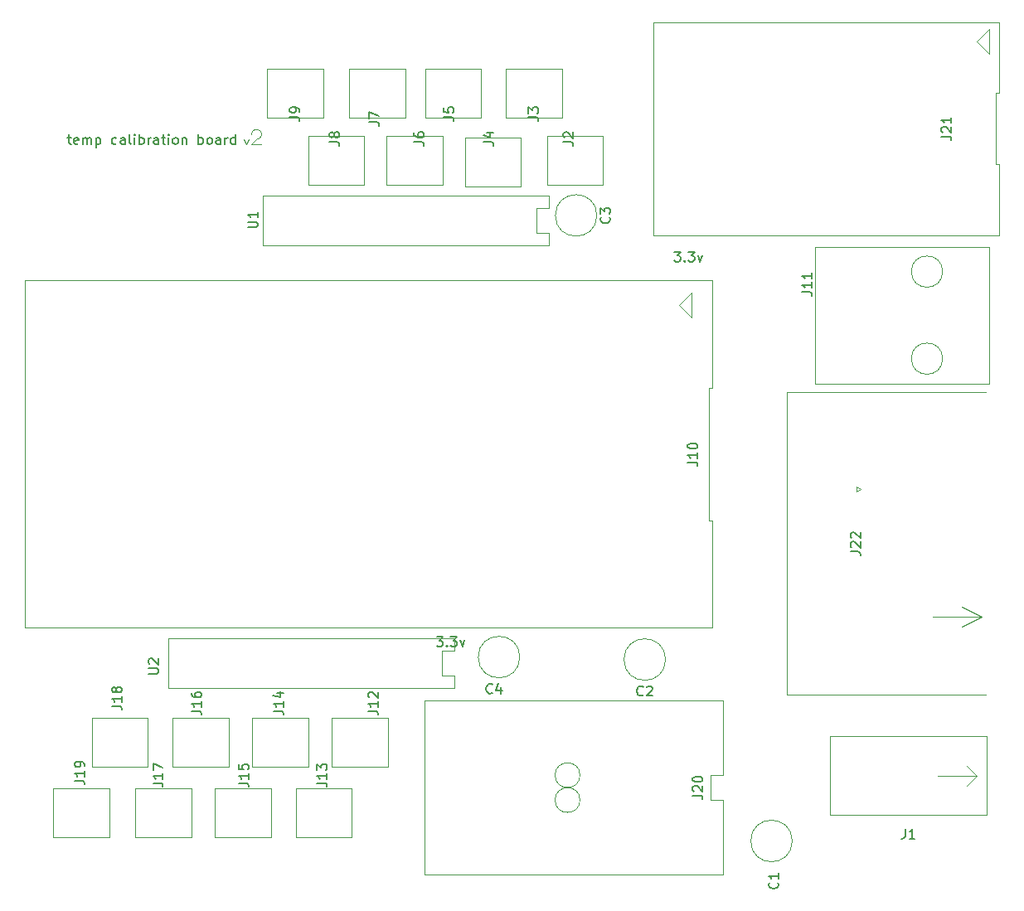
<source format=gbr>
G04 #@! TF.GenerationSoftware,KiCad,Pcbnew,5.1.2-f72e74a~84~ubuntu18.04.1*
G04 #@! TF.CreationDate,2019-06-25T09:41:25-04:00*
G04 #@! TF.ProjectId,temperature board,74656d70-6572-4617-9475-726520626f61,v01*
G04 #@! TF.SameCoordinates,Original*
G04 #@! TF.FileFunction,Legend,Top*
G04 #@! TF.FilePolarity,Positive*
%FSLAX46Y46*%
G04 Gerber Fmt 4.6, Leading zero omitted, Abs format (unit mm)*
G04 Created by KiCad (PCBNEW 5.1.2-f72e74a~84~ubuntu18.04.1) date 2019-06-25 09:41:25*
%MOMM*%
%LPD*%
G04 APERTURE LIST*
%ADD10C,0.150000*%
%ADD11C,0.120000*%
G04 APERTURE END LIST*
D10*
X167887828Y-58939180D02*
X168506876Y-58939180D01*
X168173542Y-59320133D01*
X168316400Y-59320133D01*
X168411638Y-59367752D01*
X168459257Y-59415371D01*
X168506876Y-59510609D01*
X168506876Y-59748704D01*
X168459257Y-59843942D01*
X168411638Y-59891561D01*
X168316400Y-59939180D01*
X168030685Y-59939180D01*
X167935447Y-59891561D01*
X167887828Y-59843942D01*
X168935447Y-59843942D02*
X168983066Y-59891561D01*
X168935447Y-59939180D01*
X168887828Y-59891561D01*
X168935447Y-59843942D01*
X168935447Y-59939180D01*
X169316400Y-58939180D02*
X169935447Y-58939180D01*
X169602114Y-59320133D01*
X169744971Y-59320133D01*
X169840209Y-59367752D01*
X169887828Y-59415371D01*
X169935447Y-59510609D01*
X169935447Y-59748704D01*
X169887828Y-59843942D01*
X169840209Y-59891561D01*
X169744971Y-59939180D01*
X169459257Y-59939180D01*
X169364019Y-59891561D01*
X169316400Y-59843942D01*
X170268780Y-59272514D02*
X170506876Y-59939180D01*
X170744971Y-59272514D01*
X143605428Y-98258380D02*
X144224476Y-98258380D01*
X143891142Y-98639333D01*
X144034000Y-98639333D01*
X144129238Y-98686952D01*
X144176857Y-98734571D01*
X144224476Y-98829809D01*
X144224476Y-99067904D01*
X144176857Y-99163142D01*
X144129238Y-99210761D01*
X144034000Y-99258380D01*
X143748285Y-99258380D01*
X143653047Y-99210761D01*
X143605428Y-99163142D01*
X144653047Y-99163142D02*
X144700666Y-99210761D01*
X144653047Y-99258380D01*
X144605428Y-99210761D01*
X144653047Y-99163142D01*
X144653047Y-99258380D01*
X145034000Y-98258380D02*
X145653047Y-98258380D01*
X145319714Y-98639333D01*
X145462571Y-98639333D01*
X145557809Y-98686952D01*
X145605428Y-98734571D01*
X145653047Y-98829809D01*
X145653047Y-99067904D01*
X145605428Y-99163142D01*
X145557809Y-99210761D01*
X145462571Y-99258380D01*
X145176857Y-99258380D01*
X145081619Y-99210761D01*
X145034000Y-99163142D01*
X145986380Y-98591714D02*
X146224476Y-99258380D01*
X146462571Y-98591714D01*
X105911142Y-47283714D02*
X106292095Y-47283714D01*
X106054000Y-46950380D02*
X106054000Y-47807523D01*
X106101619Y-47902761D01*
X106196857Y-47950380D01*
X106292095Y-47950380D01*
X107006380Y-47902761D02*
X106911142Y-47950380D01*
X106720666Y-47950380D01*
X106625428Y-47902761D01*
X106577809Y-47807523D01*
X106577809Y-47426571D01*
X106625428Y-47331333D01*
X106720666Y-47283714D01*
X106911142Y-47283714D01*
X107006380Y-47331333D01*
X107054000Y-47426571D01*
X107054000Y-47521809D01*
X106577809Y-47617047D01*
X107482571Y-47950380D02*
X107482571Y-47283714D01*
X107482571Y-47378952D02*
X107530190Y-47331333D01*
X107625428Y-47283714D01*
X107768285Y-47283714D01*
X107863523Y-47331333D01*
X107911142Y-47426571D01*
X107911142Y-47950380D01*
X107911142Y-47426571D02*
X107958761Y-47331333D01*
X108054000Y-47283714D01*
X108196857Y-47283714D01*
X108292095Y-47331333D01*
X108339714Y-47426571D01*
X108339714Y-47950380D01*
X108815904Y-47283714D02*
X108815904Y-48283714D01*
X108815904Y-47331333D02*
X108911142Y-47283714D01*
X109101619Y-47283714D01*
X109196857Y-47331333D01*
X109244476Y-47378952D01*
X109292095Y-47474190D01*
X109292095Y-47759904D01*
X109244476Y-47855142D01*
X109196857Y-47902761D01*
X109101619Y-47950380D01*
X108911142Y-47950380D01*
X108815904Y-47902761D01*
X110911142Y-47902761D02*
X110815904Y-47950380D01*
X110625428Y-47950380D01*
X110530190Y-47902761D01*
X110482571Y-47855142D01*
X110434952Y-47759904D01*
X110434952Y-47474190D01*
X110482571Y-47378952D01*
X110530190Y-47331333D01*
X110625428Y-47283714D01*
X110815904Y-47283714D01*
X110911142Y-47331333D01*
X111768285Y-47950380D02*
X111768285Y-47426571D01*
X111720666Y-47331333D01*
X111625428Y-47283714D01*
X111434952Y-47283714D01*
X111339714Y-47331333D01*
X111768285Y-47902761D02*
X111673047Y-47950380D01*
X111434952Y-47950380D01*
X111339714Y-47902761D01*
X111292095Y-47807523D01*
X111292095Y-47712285D01*
X111339714Y-47617047D01*
X111434952Y-47569428D01*
X111673047Y-47569428D01*
X111768285Y-47521809D01*
X112387333Y-47950380D02*
X112292095Y-47902761D01*
X112244476Y-47807523D01*
X112244476Y-46950380D01*
X112768285Y-47950380D02*
X112768285Y-47283714D01*
X112768285Y-46950380D02*
X112720666Y-46998000D01*
X112768285Y-47045619D01*
X112815904Y-46998000D01*
X112768285Y-46950380D01*
X112768285Y-47045619D01*
X113244476Y-47950380D02*
X113244476Y-46950380D01*
X113244476Y-47331333D02*
X113339714Y-47283714D01*
X113530190Y-47283714D01*
X113625428Y-47331333D01*
X113673047Y-47378952D01*
X113720666Y-47474190D01*
X113720666Y-47759904D01*
X113673047Y-47855142D01*
X113625428Y-47902761D01*
X113530190Y-47950380D01*
X113339714Y-47950380D01*
X113244476Y-47902761D01*
X114149238Y-47950380D02*
X114149238Y-47283714D01*
X114149238Y-47474190D02*
X114196857Y-47378952D01*
X114244476Y-47331333D01*
X114339714Y-47283714D01*
X114434952Y-47283714D01*
X115196857Y-47950380D02*
X115196857Y-47426571D01*
X115149238Y-47331333D01*
X115054000Y-47283714D01*
X114863523Y-47283714D01*
X114768285Y-47331333D01*
X115196857Y-47902761D02*
X115101619Y-47950380D01*
X114863523Y-47950380D01*
X114768285Y-47902761D01*
X114720666Y-47807523D01*
X114720666Y-47712285D01*
X114768285Y-47617047D01*
X114863523Y-47569428D01*
X115101619Y-47569428D01*
X115196857Y-47521809D01*
X115530190Y-47283714D02*
X115911142Y-47283714D01*
X115673047Y-46950380D02*
X115673047Y-47807523D01*
X115720666Y-47902761D01*
X115815904Y-47950380D01*
X115911142Y-47950380D01*
X116244476Y-47950380D02*
X116244476Y-47283714D01*
X116244476Y-46950380D02*
X116196857Y-46998000D01*
X116244476Y-47045619D01*
X116292095Y-46998000D01*
X116244476Y-46950380D01*
X116244476Y-47045619D01*
X116863523Y-47950380D02*
X116768285Y-47902761D01*
X116720666Y-47855142D01*
X116673047Y-47759904D01*
X116673047Y-47474190D01*
X116720666Y-47378952D01*
X116768285Y-47331333D01*
X116863523Y-47283714D01*
X117006380Y-47283714D01*
X117101619Y-47331333D01*
X117149238Y-47378952D01*
X117196857Y-47474190D01*
X117196857Y-47759904D01*
X117149238Y-47855142D01*
X117101619Y-47902761D01*
X117006380Y-47950380D01*
X116863523Y-47950380D01*
X117625428Y-47283714D02*
X117625428Y-47950380D01*
X117625428Y-47378952D02*
X117673047Y-47331333D01*
X117768285Y-47283714D01*
X117911142Y-47283714D01*
X118006380Y-47331333D01*
X118054000Y-47426571D01*
X118054000Y-47950380D01*
X119292095Y-47950380D02*
X119292095Y-46950380D01*
X119292095Y-47331333D02*
X119387333Y-47283714D01*
X119577809Y-47283714D01*
X119673047Y-47331333D01*
X119720666Y-47378952D01*
X119768285Y-47474190D01*
X119768285Y-47759904D01*
X119720666Y-47855142D01*
X119673047Y-47902761D01*
X119577809Y-47950380D01*
X119387333Y-47950380D01*
X119292095Y-47902761D01*
X120339714Y-47950380D02*
X120244476Y-47902761D01*
X120196857Y-47855142D01*
X120149238Y-47759904D01*
X120149238Y-47474190D01*
X120196857Y-47378952D01*
X120244476Y-47331333D01*
X120339714Y-47283714D01*
X120482571Y-47283714D01*
X120577809Y-47331333D01*
X120625428Y-47378952D01*
X120673047Y-47474190D01*
X120673047Y-47759904D01*
X120625428Y-47855142D01*
X120577809Y-47902761D01*
X120482571Y-47950380D01*
X120339714Y-47950380D01*
X121530190Y-47950380D02*
X121530190Y-47426571D01*
X121482571Y-47331333D01*
X121387333Y-47283714D01*
X121196857Y-47283714D01*
X121101619Y-47331333D01*
X121530190Y-47902761D02*
X121434952Y-47950380D01*
X121196857Y-47950380D01*
X121101619Y-47902761D01*
X121054000Y-47807523D01*
X121054000Y-47712285D01*
X121101619Y-47617047D01*
X121196857Y-47569428D01*
X121434952Y-47569428D01*
X121530190Y-47521809D01*
X122006380Y-47950380D02*
X122006380Y-47283714D01*
X122006380Y-47474190D02*
X122054000Y-47378952D01*
X122101619Y-47331333D01*
X122196857Y-47283714D01*
X122292095Y-47283714D01*
X123054000Y-47950380D02*
X123054000Y-46950380D01*
X123054000Y-47902761D02*
X122958761Y-47950380D01*
X122768285Y-47950380D01*
X122673047Y-47902761D01*
X122625428Y-47855142D01*
X122577809Y-47759904D01*
X122577809Y-47474190D01*
X122625428Y-47378952D01*
X122673047Y-47331333D01*
X122768285Y-47283714D01*
X122958761Y-47283714D01*
X123054000Y-47331333D01*
D11*
X124714000Y-46939200D02*
G75*
G02X125222000Y-47447200I508000J0D01*
G01*
X125222000Y-47447200D02*
X124714000Y-47955200D01*
X125222000Y-47955200D02*
X125730000Y-47955200D01*
X124714000Y-47955200D02*
X125222000Y-47955200D01*
X124206000Y-47955200D02*
X124460000Y-47447200D01*
X123952000Y-47447200D02*
X124206000Y-47955200D01*
X169672000Y-63119000D02*
X169672000Y-65659000D01*
X168402000Y-64389000D02*
X169672000Y-63119000D01*
X169672000Y-65659000D02*
X168402000Y-64389000D01*
X101572000Y-61848999D02*
X101572000Y-97328999D01*
X171732000Y-72882334D02*
X171732000Y-61849000D01*
X171732000Y-86375666D02*
X171732000Y-97329000D01*
X171372000Y-72882334D02*
X171732000Y-72882334D01*
X171372000Y-86375666D02*
X171372000Y-72882334D01*
X171732000Y-86375666D02*
X171372000Y-86375666D01*
X101572000Y-97328999D02*
X171732000Y-97329000D01*
X171732000Y-61849000D02*
X101572000Y-61848999D01*
X132888000Y-111506000D02*
X132888000Y-106506000D01*
X138638000Y-111506000D02*
X138638000Y-106506000D01*
X132888000Y-111506000D02*
X138638000Y-111506000D01*
X132888000Y-106506000D02*
X138638000Y-106506000D01*
X187370000Y-73240000D02*
X179370000Y-73240000D01*
X187370000Y-104210000D02*
X179370000Y-104210000D01*
X186908675Y-83185000D02*
X186475662Y-83435000D01*
X186475662Y-82935000D02*
X186908675Y-83185000D01*
X186475662Y-83435000D02*
X186475662Y-82935000D01*
X187370000Y-73240000D02*
X199710000Y-73240000D01*
X179370000Y-104210000D02*
X179370000Y-73240000D01*
X199710000Y-104210000D02*
X187370000Y-104210000D01*
X194230000Y-96185000D02*
X199230000Y-96185000D01*
X199230000Y-96185000D02*
X197230000Y-95185000D01*
X197230000Y-95185000D02*
X199230000Y-96185000D01*
X197230000Y-97185000D02*
X199230000Y-96185000D01*
X201085000Y-57245000D02*
X197275000Y-57245000D01*
X197275000Y-35465000D02*
X201085000Y-35465000D01*
X169755000Y-35465000D02*
X165735000Y-35465000D01*
X165735000Y-57245000D02*
X169755000Y-57245000D01*
X198755000Y-37465000D02*
X200025000Y-38735000D01*
X200025000Y-36195000D02*
X198755000Y-37465000D01*
X200025000Y-38735000D02*
X200025000Y-36195000D01*
X201085000Y-42725001D02*
X201085000Y-35465000D01*
X200725000Y-42725001D02*
X201085000Y-42725001D01*
X200725000Y-49985000D02*
X200725000Y-42725001D01*
X201085000Y-49985000D02*
X200725000Y-49985000D01*
X201085000Y-57245000D02*
X201085000Y-49985000D01*
X169755000Y-57245000D02*
X197275000Y-57245000D01*
X165735000Y-35465000D02*
X165735000Y-57245000D01*
X197275000Y-35465000D02*
X169755000Y-35465000D01*
X198770000Y-112443000D02*
X197770000Y-111443000D01*
X197770000Y-113443000D02*
X198770000Y-112443000D01*
X198770000Y-112443000D02*
X197770000Y-113443000D01*
X194770000Y-112443000D02*
X198770000Y-112443000D01*
X183770000Y-116443000D02*
X199770000Y-116443000D01*
X183770000Y-108443000D02*
X183770000Y-116443000D01*
X199770000Y-108443000D02*
X183770000Y-108443000D01*
X199770000Y-109443000D02*
X199770000Y-108443000D01*
X199770000Y-116443000D02*
X199770000Y-109443000D01*
X160609000Y-47117000D02*
X160609000Y-52117000D01*
X154859000Y-47117000D02*
X154859000Y-52117000D01*
X160609000Y-47117000D02*
X154859000Y-47117000D01*
X160609000Y-52117000D02*
X154859000Y-52117000D01*
X158242000Y-114935000D02*
G75*
G03X158242000Y-114935000I-1270000J0D01*
G01*
X158242000Y-112395000D02*
G75*
G03X158242000Y-112395000I-1270000J0D01*
G01*
X142367000Y-104775000D02*
X172847000Y-104775000D01*
X142367000Y-122555000D02*
X142367000Y-104775000D01*
X172847000Y-122555000D02*
X142367000Y-122555000D01*
X172847000Y-114935000D02*
X172847000Y-122555000D01*
X171577000Y-114935000D02*
X172847000Y-114935000D01*
X171577000Y-112395000D02*
X171577000Y-114935000D01*
X172847000Y-112395000D02*
X171577000Y-112395000D01*
X172847000Y-104775000D02*
X172847000Y-112395000D01*
X144226000Y-47117000D02*
X144226000Y-52117000D01*
X138476000Y-47117000D02*
X138476000Y-52117000D01*
X144226000Y-47117000D02*
X138476000Y-47117000D01*
X144226000Y-52117000D02*
X138476000Y-52117000D01*
X145415000Y-103505000D02*
X142875000Y-103505000D01*
X145415000Y-102235000D02*
X145415000Y-103505000D01*
X144145000Y-102235000D02*
X145415000Y-102235000D01*
X144145000Y-99695000D02*
X144145000Y-102235000D01*
X145415000Y-99695000D02*
X144145000Y-99695000D01*
X145415000Y-98425000D02*
X145415000Y-99695000D01*
X142875000Y-98425000D02*
X145415000Y-98425000D01*
X116205000Y-98425000D02*
X142875000Y-98425000D01*
X116205000Y-103505000D02*
X116205000Y-98425000D01*
X142875000Y-103505000D02*
X116205000Y-103505000D01*
X155067000Y-58293000D02*
X152527000Y-58293000D01*
X155067000Y-57023000D02*
X155067000Y-58293000D01*
X153797000Y-57023000D02*
X155067000Y-57023000D01*
X153797000Y-54483000D02*
X153797000Y-57023000D01*
X155067000Y-54483000D02*
X153797000Y-54483000D01*
X155067000Y-53213000D02*
X155067000Y-54483000D01*
X152527000Y-53213000D02*
X155067000Y-53213000D01*
X125857000Y-53213000D02*
X152527000Y-53213000D01*
X125857000Y-58293000D02*
X125857000Y-53213000D01*
X152527000Y-58293000D02*
X125857000Y-58293000D01*
X120950000Y-118745000D02*
X120950000Y-113745000D01*
X126700000Y-118745000D02*
X126700000Y-113745000D01*
X120950000Y-118745000D02*
X126700000Y-118745000D01*
X120950000Y-113745000D02*
X126700000Y-113745000D01*
X129205000Y-118745000D02*
X129205000Y-113745000D01*
X134955000Y-118745000D02*
X134955000Y-113745000D01*
X129205000Y-118745000D02*
X134955000Y-118745000D01*
X129205000Y-113745000D02*
X134955000Y-113745000D01*
X116632000Y-111506000D02*
X116632000Y-106506000D01*
X122382000Y-111506000D02*
X122382000Y-106506000D01*
X116632000Y-111506000D02*
X122382000Y-111506000D01*
X116632000Y-106506000D02*
X122382000Y-106506000D01*
X136225000Y-47117000D02*
X136225000Y-52117000D01*
X130475000Y-47117000D02*
X130475000Y-52117000D01*
X136225000Y-47117000D02*
X130475000Y-47117000D01*
X136225000Y-52117000D02*
X130475000Y-52117000D01*
X152227000Y-47244000D02*
X152227000Y-52244000D01*
X146477000Y-47244000D02*
X146477000Y-52244000D01*
X152227000Y-47244000D02*
X146477000Y-47244000D01*
X152227000Y-52244000D02*
X146477000Y-52244000D01*
X182245000Y-58420000D02*
X182245000Y-72390000D01*
X200025000Y-58420000D02*
X182245000Y-58420000D01*
X200025000Y-72390000D02*
X200025000Y-58420000D01*
X182245000Y-72390000D02*
X200025000Y-72390000D01*
X195274946Y-69850000D02*
G75*
G03X195274946Y-69850000I-1599946J0D01*
G01*
X195274946Y-60960000D02*
G75*
G03X195274946Y-60960000I-1599946J0D01*
G01*
X104440000Y-118745000D02*
X104440000Y-113745000D01*
X110190000Y-118745000D02*
X110190000Y-113745000D01*
X104440000Y-118745000D02*
X110190000Y-118745000D01*
X104440000Y-113745000D02*
X110190000Y-113745000D01*
X108377000Y-111506000D02*
X108377000Y-106506000D01*
X114127000Y-111506000D02*
X114127000Y-106506000D01*
X108377000Y-111506000D02*
X114127000Y-111506000D01*
X108377000Y-106506000D02*
X114127000Y-106506000D01*
X112822000Y-118745000D02*
X112822000Y-113745000D01*
X118572000Y-118745000D02*
X118572000Y-113745000D01*
X112822000Y-118745000D02*
X118572000Y-118745000D01*
X112822000Y-113745000D02*
X118572000Y-113745000D01*
X124760000Y-111506000D02*
X124760000Y-106506000D01*
X130510000Y-111506000D02*
X130510000Y-106506000D01*
X124760000Y-111506000D02*
X130510000Y-111506000D01*
X124760000Y-106506000D02*
X130510000Y-106506000D01*
X132034000Y-40259000D02*
X132034000Y-45259000D01*
X126284000Y-40259000D02*
X126284000Y-45259000D01*
X132034000Y-40259000D02*
X126284000Y-40259000D01*
X132034000Y-45259000D02*
X126284000Y-45259000D01*
X140416000Y-40259000D02*
X140416000Y-45259000D01*
X134666000Y-40259000D02*
X134666000Y-45259000D01*
X140416000Y-40259000D02*
X134666000Y-40259000D01*
X140416000Y-45259000D02*
X134666000Y-45259000D01*
X148163000Y-40259000D02*
X148163000Y-45259000D01*
X142413000Y-40259000D02*
X142413000Y-45259000D01*
X148163000Y-40259000D02*
X142413000Y-40259000D01*
X148163000Y-45259000D02*
X142413000Y-45259000D01*
X156418000Y-40259000D02*
X156418000Y-45259000D01*
X150668000Y-40259000D02*
X150668000Y-45259000D01*
X156418000Y-40259000D02*
X150668000Y-40259000D01*
X156418000Y-45259000D02*
X150668000Y-45259000D01*
X179920000Y-119114000D02*
G75*
G03X179920000Y-119114000I-2120000J0D01*
G01*
X166978000Y-100584000D02*
G75*
G03X166978000Y-100584000I-2120000J0D01*
G01*
X159967600Y-55219600D02*
G75*
G03X159967600Y-55219600I-2120000J0D01*
G01*
X152095000Y-100330000D02*
G75*
G03X152095000Y-100330000I-2120000J0D01*
G01*
D10*
X169251380Y-80438523D02*
X169965666Y-80438523D01*
X170108523Y-80486142D01*
X170203761Y-80581380D01*
X170251380Y-80724238D01*
X170251380Y-80819476D01*
X170251380Y-79438523D02*
X170251380Y-80009952D01*
X170251380Y-79724238D02*
X169251380Y-79724238D01*
X169394238Y-79819476D01*
X169489476Y-79914714D01*
X169537095Y-80009952D01*
X169251380Y-78819476D02*
X169251380Y-78724238D01*
X169299000Y-78629000D01*
X169346619Y-78581380D01*
X169441857Y-78533761D01*
X169632333Y-78486142D01*
X169870428Y-78486142D01*
X170060904Y-78533761D01*
X170156142Y-78581380D01*
X170203761Y-78629000D01*
X170251380Y-78724238D01*
X170251380Y-78819476D01*
X170203761Y-78914714D01*
X170156142Y-78962333D01*
X170060904Y-79009952D01*
X169870428Y-79057571D01*
X169632333Y-79057571D01*
X169441857Y-79009952D01*
X169346619Y-78962333D01*
X169299000Y-78914714D01*
X169251380Y-78819476D01*
X136612380Y-105838523D02*
X137326666Y-105838523D01*
X137469523Y-105886142D01*
X137564761Y-105981380D01*
X137612380Y-106124238D01*
X137612380Y-106219476D01*
X137612380Y-104838523D02*
X137612380Y-105409952D01*
X137612380Y-105124238D02*
X136612380Y-105124238D01*
X136755238Y-105219476D01*
X136850476Y-105314714D01*
X136898095Y-105409952D01*
X136707619Y-104457571D02*
X136660000Y-104409952D01*
X136612380Y-104314714D01*
X136612380Y-104076619D01*
X136660000Y-103981380D01*
X136707619Y-103933761D01*
X136802857Y-103886142D01*
X136898095Y-103886142D01*
X137040952Y-103933761D01*
X137612380Y-104505190D01*
X137612380Y-103886142D01*
X185882380Y-89534523D02*
X186596666Y-89534523D01*
X186739523Y-89582142D01*
X186834761Y-89677380D01*
X186882380Y-89820238D01*
X186882380Y-89915476D01*
X185977619Y-89105952D02*
X185930000Y-89058333D01*
X185882380Y-88963095D01*
X185882380Y-88725000D01*
X185930000Y-88629761D01*
X185977619Y-88582142D01*
X186072857Y-88534523D01*
X186168095Y-88534523D01*
X186310952Y-88582142D01*
X186882380Y-89153571D01*
X186882380Y-88534523D01*
X185977619Y-88153571D02*
X185930000Y-88105952D01*
X185882380Y-88010714D01*
X185882380Y-87772619D01*
X185930000Y-87677380D01*
X185977619Y-87629761D01*
X186072857Y-87582142D01*
X186168095Y-87582142D01*
X186310952Y-87629761D01*
X186882380Y-88201190D01*
X186882380Y-87582142D01*
X195159380Y-47164523D02*
X195873666Y-47164523D01*
X196016523Y-47212142D01*
X196111761Y-47307380D01*
X196159380Y-47450238D01*
X196159380Y-47545476D01*
X195254619Y-46735952D02*
X195207000Y-46688333D01*
X195159380Y-46593095D01*
X195159380Y-46355000D01*
X195207000Y-46259761D01*
X195254619Y-46212142D01*
X195349857Y-46164523D01*
X195445095Y-46164523D01*
X195587952Y-46212142D01*
X196159380Y-46783571D01*
X196159380Y-46164523D01*
X196159380Y-45212142D02*
X196159380Y-45783571D01*
X196159380Y-45497857D02*
X195159380Y-45497857D01*
X195302238Y-45593095D01*
X195397476Y-45688333D01*
X195445095Y-45783571D01*
X191436666Y-117895380D02*
X191436666Y-118609666D01*
X191389047Y-118752523D01*
X191293809Y-118847761D01*
X191150952Y-118895380D01*
X191055714Y-118895380D01*
X192436666Y-118895380D02*
X191865238Y-118895380D01*
X192150952Y-118895380D02*
X192150952Y-117895380D01*
X192055714Y-118038238D01*
X191960476Y-118133476D01*
X191865238Y-118181095D01*
X156551380Y-47704333D02*
X157265666Y-47704333D01*
X157408523Y-47751952D01*
X157503761Y-47847190D01*
X157551380Y-47990047D01*
X157551380Y-48085285D01*
X156646619Y-47275761D02*
X156599000Y-47228142D01*
X156551380Y-47132904D01*
X156551380Y-46894809D01*
X156599000Y-46799571D01*
X156646619Y-46751952D01*
X156741857Y-46704333D01*
X156837095Y-46704333D01*
X156979952Y-46751952D01*
X157551380Y-47323380D01*
X157551380Y-46704333D01*
X169759380Y-114474523D02*
X170473666Y-114474523D01*
X170616523Y-114522142D01*
X170711761Y-114617380D01*
X170759380Y-114760238D01*
X170759380Y-114855476D01*
X169854619Y-114045952D02*
X169807000Y-113998333D01*
X169759380Y-113903095D01*
X169759380Y-113665000D01*
X169807000Y-113569761D01*
X169854619Y-113522142D01*
X169949857Y-113474523D01*
X170045095Y-113474523D01*
X170187952Y-113522142D01*
X170759380Y-114093571D01*
X170759380Y-113474523D01*
X169759380Y-112855476D02*
X169759380Y-112760238D01*
X169807000Y-112665000D01*
X169854619Y-112617380D01*
X169949857Y-112569761D01*
X170140333Y-112522142D01*
X170378428Y-112522142D01*
X170568904Y-112569761D01*
X170664142Y-112617380D01*
X170711761Y-112665000D01*
X170759380Y-112760238D01*
X170759380Y-112855476D01*
X170711761Y-112950714D01*
X170664142Y-112998333D01*
X170568904Y-113045952D01*
X170378428Y-113093571D01*
X170140333Y-113093571D01*
X169949857Y-113045952D01*
X169854619Y-112998333D01*
X169807000Y-112950714D01*
X169759380Y-112855476D01*
X141311380Y-47704333D02*
X142025666Y-47704333D01*
X142168523Y-47751952D01*
X142263761Y-47847190D01*
X142311380Y-47990047D01*
X142311380Y-48085285D01*
X141311380Y-46799571D02*
X141311380Y-46990047D01*
X141359000Y-47085285D01*
X141406619Y-47132904D01*
X141549476Y-47228142D01*
X141739952Y-47275761D01*
X142120904Y-47275761D01*
X142216142Y-47228142D01*
X142263761Y-47180523D01*
X142311380Y-47085285D01*
X142311380Y-46894809D01*
X142263761Y-46799571D01*
X142216142Y-46751952D01*
X142120904Y-46704333D01*
X141882809Y-46704333D01*
X141787571Y-46751952D01*
X141739952Y-46799571D01*
X141692333Y-46894809D01*
X141692333Y-47085285D01*
X141739952Y-47180523D01*
X141787571Y-47228142D01*
X141882809Y-47275761D01*
X114196880Y-102044404D02*
X115006404Y-102044404D01*
X115101642Y-101996785D01*
X115149261Y-101949166D01*
X115196880Y-101853928D01*
X115196880Y-101663452D01*
X115149261Y-101568214D01*
X115101642Y-101520595D01*
X115006404Y-101472976D01*
X114196880Y-101472976D01*
X114292119Y-101044404D02*
X114244500Y-100996785D01*
X114196880Y-100901547D01*
X114196880Y-100663452D01*
X114244500Y-100568214D01*
X114292119Y-100520595D01*
X114387357Y-100472976D01*
X114482595Y-100472976D01*
X114625452Y-100520595D01*
X115196880Y-101092023D01*
X115196880Y-100472976D01*
X124318780Y-56438704D02*
X125128304Y-56438704D01*
X125223542Y-56391085D01*
X125271161Y-56343466D01*
X125318780Y-56248228D01*
X125318780Y-56057752D01*
X125271161Y-55962514D01*
X125223542Y-55914895D01*
X125128304Y-55867276D01*
X124318780Y-55867276D01*
X125318780Y-54867276D02*
X125318780Y-55438704D01*
X125318780Y-55152990D02*
X124318780Y-55152990D01*
X124461638Y-55248228D01*
X124556876Y-55343466D01*
X124604495Y-55438704D01*
X123404380Y-113204523D02*
X124118666Y-113204523D01*
X124261523Y-113252142D01*
X124356761Y-113347380D01*
X124404380Y-113490238D01*
X124404380Y-113585476D01*
X124404380Y-112204523D02*
X124404380Y-112775952D01*
X124404380Y-112490238D02*
X123404380Y-112490238D01*
X123547238Y-112585476D01*
X123642476Y-112680714D01*
X123690095Y-112775952D01*
X123404380Y-111299761D02*
X123404380Y-111775952D01*
X123880571Y-111823571D01*
X123832952Y-111775952D01*
X123785333Y-111680714D01*
X123785333Y-111442619D01*
X123832952Y-111347380D01*
X123880571Y-111299761D01*
X123975809Y-111252142D01*
X124213904Y-111252142D01*
X124309142Y-111299761D01*
X124356761Y-111347380D01*
X124404380Y-111442619D01*
X124404380Y-111680714D01*
X124356761Y-111775952D01*
X124309142Y-111823571D01*
X131405380Y-113204523D02*
X132119666Y-113204523D01*
X132262523Y-113252142D01*
X132357761Y-113347380D01*
X132405380Y-113490238D01*
X132405380Y-113585476D01*
X132405380Y-112204523D02*
X132405380Y-112775952D01*
X132405380Y-112490238D02*
X131405380Y-112490238D01*
X131548238Y-112585476D01*
X131643476Y-112680714D01*
X131691095Y-112775952D01*
X131405380Y-111871190D02*
X131405380Y-111252142D01*
X131786333Y-111585476D01*
X131786333Y-111442619D01*
X131833952Y-111347380D01*
X131881571Y-111299761D01*
X131976809Y-111252142D01*
X132214904Y-111252142D01*
X132310142Y-111299761D01*
X132357761Y-111347380D01*
X132405380Y-111442619D01*
X132405380Y-111728333D01*
X132357761Y-111823571D01*
X132310142Y-111871190D01*
X118578380Y-105838523D02*
X119292666Y-105838523D01*
X119435523Y-105886142D01*
X119530761Y-105981380D01*
X119578380Y-106124238D01*
X119578380Y-106219476D01*
X119578380Y-104838523D02*
X119578380Y-105409952D01*
X119578380Y-105124238D02*
X118578380Y-105124238D01*
X118721238Y-105219476D01*
X118816476Y-105314714D01*
X118864095Y-105409952D01*
X118578380Y-103981380D02*
X118578380Y-104171857D01*
X118626000Y-104267095D01*
X118673619Y-104314714D01*
X118816476Y-104409952D01*
X119006952Y-104457571D01*
X119387904Y-104457571D01*
X119483142Y-104409952D01*
X119530761Y-104362333D01*
X119578380Y-104267095D01*
X119578380Y-104076619D01*
X119530761Y-103981380D01*
X119483142Y-103933761D01*
X119387904Y-103886142D01*
X119149809Y-103886142D01*
X119054571Y-103933761D01*
X119006952Y-103981380D01*
X118959333Y-104076619D01*
X118959333Y-104267095D01*
X119006952Y-104362333D01*
X119054571Y-104409952D01*
X119149809Y-104457571D01*
X132675380Y-47704333D02*
X133389666Y-47704333D01*
X133532523Y-47751952D01*
X133627761Y-47847190D01*
X133675380Y-47990047D01*
X133675380Y-48085285D01*
X133103952Y-47085285D02*
X133056333Y-47180523D01*
X133008714Y-47228142D01*
X132913476Y-47275761D01*
X132865857Y-47275761D01*
X132770619Y-47228142D01*
X132723000Y-47180523D01*
X132675380Y-47085285D01*
X132675380Y-46894809D01*
X132723000Y-46799571D01*
X132770619Y-46751952D01*
X132865857Y-46704333D01*
X132913476Y-46704333D01*
X133008714Y-46751952D01*
X133056333Y-46799571D01*
X133103952Y-46894809D01*
X133103952Y-47085285D01*
X133151571Y-47180523D01*
X133199190Y-47228142D01*
X133294428Y-47275761D01*
X133484904Y-47275761D01*
X133580142Y-47228142D01*
X133627761Y-47180523D01*
X133675380Y-47085285D01*
X133675380Y-46894809D01*
X133627761Y-46799571D01*
X133580142Y-46751952D01*
X133484904Y-46704333D01*
X133294428Y-46704333D01*
X133199190Y-46751952D01*
X133151571Y-46799571D01*
X133103952Y-46894809D01*
X148423380Y-47704333D02*
X149137666Y-47704333D01*
X149280523Y-47751952D01*
X149375761Y-47847190D01*
X149423380Y-47990047D01*
X149423380Y-48085285D01*
X148756714Y-46799571D02*
X149423380Y-46799571D01*
X148375761Y-47037666D02*
X149090047Y-47275761D01*
X149090047Y-46656714D01*
X180927380Y-63039523D02*
X181641666Y-63039523D01*
X181784523Y-63087142D01*
X181879761Y-63182380D01*
X181927380Y-63325238D01*
X181927380Y-63420476D01*
X181927380Y-62039523D02*
X181927380Y-62610952D01*
X181927380Y-62325238D02*
X180927380Y-62325238D01*
X181070238Y-62420476D01*
X181165476Y-62515714D01*
X181213095Y-62610952D01*
X181927380Y-61087142D02*
X181927380Y-61658571D01*
X181927380Y-61372857D02*
X180927380Y-61372857D01*
X181070238Y-61468095D01*
X181165476Y-61563333D01*
X181213095Y-61658571D01*
X106640380Y-112950523D02*
X107354666Y-112950523D01*
X107497523Y-112998142D01*
X107592761Y-113093380D01*
X107640380Y-113236238D01*
X107640380Y-113331476D01*
X107640380Y-111950523D02*
X107640380Y-112521952D01*
X107640380Y-112236238D02*
X106640380Y-112236238D01*
X106783238Y-112331476D01*
X106878476Y-112426714D01*
X106926095Y-112521952D01*
X107640380Y-111474333D02*
X107640380Y-111283857D01*
X107592761Y-111188619D01*
X107545142Y-111141000D01*
X107402285Y-111045761D01*
X107211809Y-110998142D01*
X106830857Y-110998142D01*
X106735619Y-111045761D01*
X106688000Y-111093380D01*
X106640380Y-111188619D01*
X106640380Y-111379095D01*
X106688000Y-111474333D01*
X106735619Y-111521952D01*
X106830857Y-111569571D01*
X107068952Y-111569571D01*
X107164190Y-111521952D01*
X107211809Y-111474333D01*
X107259428Y-111379095D01*
X107259428Y-111188619D01*
X107211809Y-111093380D01*
X107164190Y-111045761D01*
X107068952Y-110998142D01*
X110450380Y-105330523D02*
X111164666Y-105330523D01*
X111307523Y-105378142D01*
X111402761Y-105473380D01*
X111450380Y-105616238D01*
X111450380Y-105711476D01*
X111450380Y-104330523D02*
X111450380Y-104901952D01*
X111450380Y-104616238D02*
X110450380Y-104616238D01*
X110593238Y-104711476D01*
X110688476Y-104806714D01*
X110736095Y-104901952D01*
X110878952Y-103759095D02*
X110831333Y-103854333D01*
X110783714Y-103901952D01*
X110688476Y-103949571D01*
X110640857Y-103949571D01*
X110545619Y-103901952D01*
X110498000Y-103854333D01*
X110450380Y-103759095D01*
X110450380Y-103568619D01*
X110498000Y-103473380D01*
X110545619Y-103425761D01*
X110640857Y-103378142D01*
X110688476Y-103378142D01*
X110783714Y-103425761D01*
X110831333Y-103473380D01*
X110878952Y-103568619D01*
X110878952Y-103759095D01*
X110926571Y-103854333D01*
X110974190Y-103901952D01*
X111069428Y-103949571D01*
X111259904Y-103949571D01*
X111355142Y-103901952D01*
X111402761Y-103854333D01*
X111450380Y-103759095D01*
X111450380Y-103568619D01*
X111402761Y-103473380D01*
X111355142Y-103425761D01*
X111259904Y-103378142D01*
X111069428Y-103378142D01*
X110974190Y-103425761D01*
X110926571Y-103473380D01*
X110878952Y-103568619D01*
X114649380Y-113204523D02*
X115363666Y-113204523D01*
X115506523Y-113252142D01*
X115601761Y-113347380D01*
X115649380Y-113490238D01*
X115649380Y-113585476D01*
X115649380Y-112204523D02*
X115649380Y-112775952D01*
X115649380Y-112490238D02*
X114649380Y-112490238D01*
X114792238Y-112585476D01*
X114887476Y-112680714D01*
X114935095Y-112775952D01*
X114649380Y-111871190D02*
X114649380Y-111204523D01*
X115649380Y-111633095D01*
X126960380Y-105838523D02*
X127674666Y-105838523D01*
X127817523Y-105886142D01*
X127912761Y-105981380D01*
X127960380Y-106124238D01*
X127960380Y-106219476D01*
X127960380Y-104838523D02*
X127960380Y-105409952D01*
X127960380Y-105124238D02*
X126960380Y-105124238D01*
X127103238Y-105219476D01*
X127198476Y-105314714D01*
X127246095Y-105409952D01*
X127293714Y-103981380D02*
X127960380Y-103981380D01*
X126912761Y-104219476D02*
X127627047Y-104457571D01*
X127627047Y-103838523D01*
X128611380Y-45164333D02*
X129325666Y-45164333D01*
X129468523Y-45211952D01*
X129563761Y-45307190D01*
X129611380Y-45450047D01*
X129611380Y-45545285D01*
X129611380Y-44640523D02*
X129611380Y-44450047D01*
X129563761Y-44354809D01*
X129516142Y-44307190D01*
X129373285Y-44211952D01*
X129182809Y-44164333D01*
X128801857Y-44164333D01*
X128706619Y-44211952D01*
X128659000Y-44259571D01*
X128611380Y-44354809D01*
X128611380Y-44545285D01*
X128659000Y-44640523D01*
X128706619Y-44688142D01*
X128801857Y-44735761D01*
X129039952Y-44735761D01*
X129135190Y-44688142D01*
X129182809Y-44640523D01*
X129230428Y-44545285D01*
X129230428Y-44354809D01*
X129182809Y-44259571D01*
X129135190Y-44211952D01*
X129039952Y-44164333D01*
X136739380Y-45672333D02*
X137453666Y-45672333D01*
X137596523Y-45719952D01*
X137691761Y-45815190D01*
X137739380Y-45958047D01*
X137739380Y-46053285D01*
X136739380Y-45291380D02*
X136739380Y-44624714D01*
X137739380Y-45053285D01*
X144359380Y-45164333D02*
X145073666Y-45164333D01*
X145216523Y-45211952D01*
X145311761Y-45307190D01*
X145359380Y-45450047D01*
X145359380Y-45545285D01*
X144359380Y-44211952D02*
X144359380Y-44688142D01*
X144835571Y-44735761D01*
X144787952Y-44688142D01*
X144740333Y-44592904D01*
X144740333Y-44354809D01*
X144787952Y-44259571D01*
X144835571Y-44211952D01*
X144930809Y-44164333D01*
X145168904Y-44164333D01*
X145264142Y-44211952D01*
X145311761Y-44259571D01*
X145359380Y-44354809D01*
X145359380Y-44592904D01*
X145311761Y-44688142D01*
X145264142Y-44735761D01*
X152995380Y-45164333D02*
X153709666Y-45164333D01*
X153852523Y-45211952D01*
X153947761Y-45307190D01*
X153995380Y-45450047D01*
X153995380Y-45545285D01*
X152995380Y-44783380D02*
X152995380Y-44164333D01*
X153376333Y-44497666D01*
X153376333Y-44354809D01*
X153423952Y-44259571D01*
X153471571Y-44211952D01*
X153566809Y-44164333D01*
X153804904Y-44164333D01*
X153900142Y-44211952D01*
X153947761Y-44259571D01*
X153995380Y-44354809D01*
X153995380Y-44640523D01*
X153947761Y-44735761D01*
X153900142Y-44783380D01*
X178411142Y-123356666D02*
X178458761Y-123404285D01*
X178506380Y-123547142D01*
X178506380Y-123642380D01*
X178458761Y-123785238D01*
X178363523Y-123880476D01*
X178268285Y-123928095D01*
X178077809Y-123975714D01*
X177934952Y-123975714D01*
X177744476Y-123928095D01*
X177649238Y-123880476D01*
X177554000Y-123785238D01*
X177506380Y-123642380D01*
X177506380Y-123547142D01*
X177554000Y-123404285D01*
X177601619Y-123356666D01*
X178506380Y-122404285D02*
X178506380Y-122975714D01*
X178506380Y-122690000D02*
X177506380Y-122690000D01*
X177649238Y-122785238D01*
X177744476Y-122880476D01*
X177792095Y-122975714D01*
X164691333Y-104191142D02*
X164643714Y-104238761D01*
X164500857Y-104286380D01*
X164405619Y-104286380D01*
X164262761Y-104238761D01*
X164167523Y-104143523D01*
X164119904Y-104048285D01*
X164072285Y-103857809D01*
X164072285Y-103714952D01*
X164119904Y-103524476D01*
X164167523Y-103429238D01*
X164262761Y-103334000D01*
X164405619Y-103286380D01*
X164500857Y-103286380D01*
X164643714Y-103334000D01*
X164691333Y-103381619D01*
X165072285Y-103381619D02*
X165119904Y-103334000D01*
X165215142Y-103286380D01*
X165453238Y-103286380D01*
X165548476Y-103334000D01*
X165596095Y-103381619D01*
X165643714Y-103476857D01*
X165643714Y-103572095D01*
X165596095Y-103714952D01*
X165024666Y-104286380D01*
X165643714Y-104286380D01*
X161240742Y-55386266D02*
X161288361Y-55433885D01*
X161335980Y-55576742D01*
X161335980Y-55671980D01*
X161288361Y-55814838D01*
X161193123Y-55910076D01*
X161097885Y-55957695D01*
X160907409Y-56005314D01*
X160764552Y-56005314D01*
X160574076Y-55957695D01*
X160478838Y-55910076D01*
X160383600Y-55814838D01*
X160335980Y-55671980D01*
X160335980Y-55576742D01*
X160383600Y-55433885D01*
X160431219Y-55386266D01*
X160335980Y-55052933D02*
X160335980Y-54433885D01*
X160716933Y-54767219D01*
X160716933Y-54624361D01*
X160764552Y-54529123D01*
X160812171Y-54481504D01*
X160907409Y-54433885D01*
X161145504Y-54433885D01*
X161240742Y-54481504D01*
X161288361Y-54529123D01*
X161335980Y-54624361D01*
X161335980Y-54910076D01*
X161288361Y-55005314D01*
X161240742Y-55052933D01*
X149286933Y-103963742D02*
X149239314Y-104011361D01*
X149096457Y-104058980D01*
X149001219Y-104058980D01*
X148858361Y-104011361D01*
X148763123Y-103916123D01*
X148715504Y-103820885D01*
X148667885Y-103630409D01*
X148667885Y-103487552D01*
X148715504Y-103297076D01*
X148763123Y-103201838D01*
X148858361Y-103106600D01*
X149001219Y-103058980D01*
X149096457Y-103058980D01*
X149239314Y-103106600D01*
X149286933Y-103154219D01*
X150144076Y-103392314D02*
X150144076Y-104058980D01*
X149905980Y-103011361D02*
X149667885Y-103725647D01*
X150286933Y-103725647D01*
M02*

</source>
